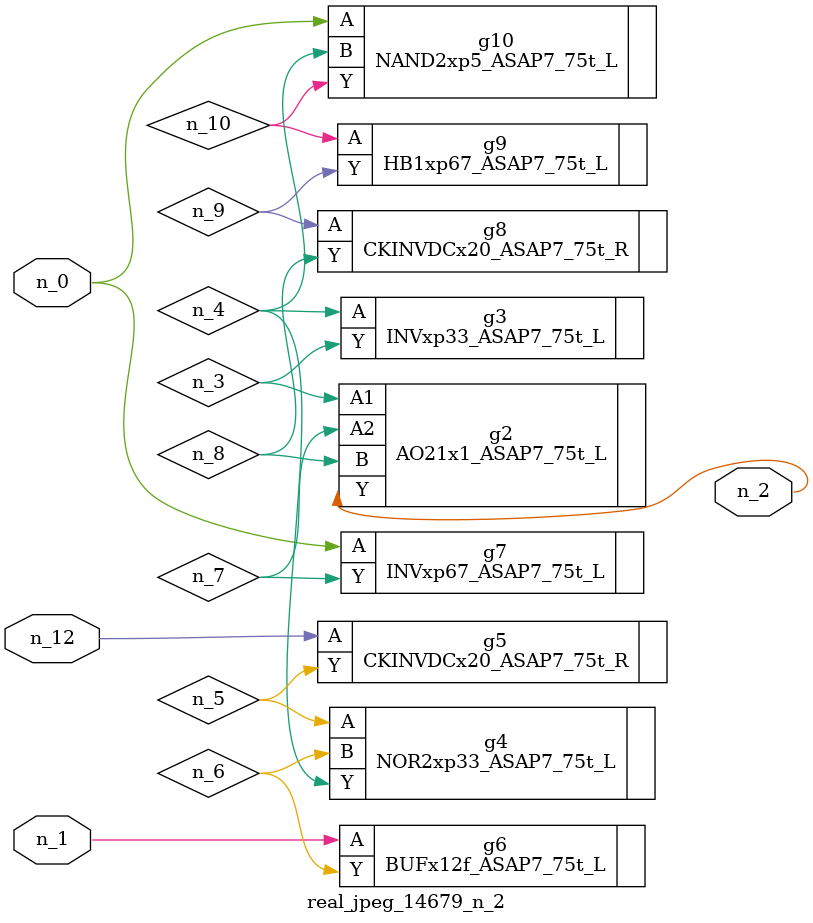
<source format=v>
module real_jpeg_14679_n_2 (n_12, n_1, n_0, n_2);

input n_12;
input n_1;
input n_0;

output n_2;

wire n_5;
wire n_4;
wire n_8;
wire n_6;
wire n_7;
wire n_3;
wire n_10;
wire n_9;

INVxp67_ASAP7_75t_L g7 ( 
.A(n_0),
.Y(n_7)
);

NAND2xp5_ASAP7_75t_L g10 ( 
.A(n_0),
.B(n_4),
.Y(n_10)
);

BUFx12f_ASAP7_75t_L g6 ( 
.A(n_1),
.Y(n_6)
);

AO21x1_ASAP7_75t_L g2 ( 
.A1(n_3),
.A2(n_7),
.B(n_8),
.Y(n_2)
);

INVxp33_ASAP7_75t_L g3 ( 
.A(n_4),
.Y(n_3)
);

NOR2xp33_ASAP7_75t_L g4 ( 
.A(n_5),
.B(n_6),
.Y(n_4)
);

CKINVDCx20_ASAP7_75t_R g8 ( 
.A(n_9),
.Y(n_8)
);

HB1xp67_ASAP7_75t_L g9 ( 
.A(n_10),
.Y(n_9)
);

CKINVDCx20_ASAP7_75t_R g5 ( 
.A(n_12),
.Y(n_5)
);


endmodule
</source>
